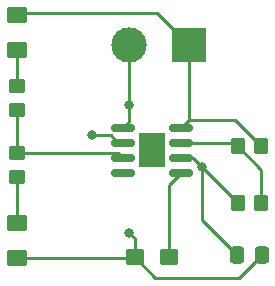
<source format=gbr>
%TF.GenerationSoftware,KiCad,Pcbnew,(6.0.10)*%
%TF.CreationDate,2023-02-16T14:21:40-08:00*%
%TF.ProjectId,Lab_4.2,4c61625f-342e-4322-9e6b-696361645f70,rev?*%
%TF.SameCoordinates,Original*%
%TF.FileFunction,Copper,L1,Top*%
%TF.FilePolarity,Positive*%
%FSLAX46Y46*%
G04 Gerber Fmt 4.6, Leading zero omitted, Abs format (unit mm)*
G04 Created by KiCad (PCBNEW (6.0.10)) date 2023-02-16 14:21:40*
%MOMM*%
%LPD*%
G01*
G04 APERTURE LIST*
G04 Aperture macros list*
%AMRoundRect*
0 Rectangle with rounded corners*
0 $1 Rounding radius*
0 $2 $3 $4 $5 $6 $7 $8 $9 X,Y pos of 4 corners*
0 Add a 4 corners polygon primitive as box body*
4,1,4,$2,$3,$4,$5,$6,$7,$8,$9,$2,$3,0*
0 Add four circle primitives for the rounded corners*
1,1,$1+$1,$2,$3*
1,1,$1+$1,$4,$5*
1,1,$1+$1,$6,$7*
1,1,$1+$1,$8,$9*
0 Add four rect primitives between the rounded corners*
20,1,$1+$1,$2,$3,$4,$5,0*
20,1,$1+$1,$4,$5,$6,$7,0*
20,1,$1+$1,$6,$7,$8,$9,0*
20,1,$1+$1,$8,$9,$2,$3,0*%
G04 Aperture macros list end*
%TA.AperFunction,ComponentPad*%
%ADD10R,3.000000X3.000000*%
%TD*%
%TA.AperFunction,ComponentPad*%
%ADD11C,3.000000*%
%TD*%
%TA.AperFunction,SMDPad,CuDef*%
%ADD12RoundRect,0.250000X0.350000X0.450000X-0.350000X0.450000X-0.350000X-0.450000X0.350000X-0.450000X0*%
%TD*%
%TA.AperFunction,SMDPad,CuDef*%
%ADD13RoundRect,0.250000X-0.337500X-0.475000X0.337500X-0.475000X0.337500X0.475000X-0.337500X0.475000X0*%
%TD*%
%TA.AperFunction,SMDPad,CuDef*%
%ADD14RoundRect,0.250000X0.537500X0.425000X-0.537500X0.425000X-0.537500X-0.425000X0.537500X-0.425000X0*%
%TD*%
%TA.AperFunction,SMDPad,CuDef*%
%ADD15RoundRect,0.250001X0.624999X-0.462499X0.624999X0.462499X-0.624999X0.462499X-0.624999X-0.462499X0*%
%TD*%
%TA.AperFunction,SMDPad,CuDef*%
%ADD16RoundRect,0.150000X-0.825000X-0.150000X0.825000X-0.150000X0.825000X0.150000X-0.825000X0.150000X0*%
%TD*%
%TA.AperFunction,SMDPad,CuDef*%
%ADD17R,2.290000X3.000000*%
%TD*%
%TA.AperFunction,SMDPad,CuDef*%
%ADD18RoundRect,0.250000X-0.450000X0.350000X-0.450000X-0.350000X0.450000X-0.350000X0.450000X0.350000X0*%
%TD*%
%TA.AperFunction,ViaPad*%
%ADD19C,0.800000*%
%TD*%
%TA.AperFunction,Conductor*%
%ADD20C,0.250000*%
%TD*%
G04 APERTURE END LIST*
D10*
%TO.P,J1,1,Pin_1*%
%TO.N,+9V*%
X144780000Y-76835000D03*
D11*
%TO.P,J1,2,Pin_2*%
%TO.N,GND*%
X139700000Y-76835000D03*
%TD*%
D12*
%TO.P,R2,1*%
%TO.N,Net-(R2-Pad1)*%
X150860000Y-90170000D03*
%TO.P,R2,2*%
%TO.N,/pin_2*%
X148860000Y-90170000D03*
%TD*%
D13*
%TO.P,C2,2*%
%TO.N,/pin_2*%
X148822500Y-94605000D03*
%TO.N,GND*%
X150897500Y-94605000D03*
%TD*%
D14*
%TO.P,C1,1*%
%TO.N,Net-(C1-Pad1)*%
X143042500Y-94780000D03*
%TO.P,C1,2*%
%TO.N,GND*%
X140167500Y-94780000D03*
%TD*%
D15*
%TO.P,D3,1,K*%
%TO.N,GND*%
X130175000Y-94832500D03*
%TO.P,D3,2,A*%
%TO.N,Net-(D3-Pad2)*%
X130175000Y-91857500D03*
%TD*%
D12*
%TO.P,R4,1*%
%TO.N,+9V*%
X150860000Y-85360000D03*
%TO.P,R4,2*%
%TO.N,Net-(R2-Pad1)*%
X148860000Y-85360000D03*
%TD*%
D15*
%TO.P,D1,1,K*%
%TO.N,Net-(D1-Pad1)*%
X130175000Y-77270000D03*
%TO.P,D1,2,A*%
%TO.N,+9V*%
X130175000Y-74295000D03*
%TD*%
D16*
%TO.P,U1,1,GND*%
%TO.N,GND*%
X139130000Y-83820000D03*
%TO.P,U1,2,TR*%
%TO.N,/pin_2*%
X139130000Y-85090000D03*
%TO.P,U1,3,Q*%
%TO.N,/pin_3*%
X139130000Y-86360000D03*
%TO.P,U1,4,R*%
%TO.N,/9V*%
X139130000Y-87630000D03*
%TO.P,U1,5,CV*%
%TO.N,Net-(C1-Pad1)*%
X144080000Y-87630000D03*
%TO.P,U1,6,THR*%
%TO.N,/pin_2*%
X144080000Y-86360000D03*
%TO.P,U1,7,DIS*%
%TO.N,Net-(R2-Pad1)*%
X144080000Y-85090000D03*
%TO.P,U1,8,VCC*%
%TO.N,+9V*%
X144080000Y-83820000D03*
D17*
%TO.P,U1,9*%
%TO.N,N/C*%
X141605000Y-85725000D03*
%TD*%
D18*
%TO.P,R1,1*%
%TO.N,Net-(D1-Pad1)*%
X130175000Y-80280000D03*
%TO.P,R1,2*%
%TO.N,/pin_3*%
X130175000Y-82280000D03*
%TD*%
%TO.P,R3,1*%
%TO.N,/pin_3*%
X130175000Y-85995000D03*
%TO.P,R3,2*%
%TO.N,Net-(D3-Pad2)*%
X130175000Y-87995000D03*
%TD*%
D19*
%TO.N,GND*%
X139700000Y-81915000D03*
X139700000Y-92710000D03*
%TO.N,/pin_2*%
X136525000Y-84455000D03*
X145867500Y-87177500D03*
%TD*%
D20*
%TO.N,Net-(C1-Pad1)*%
X143042500Y-94780000D02*
X143042500Y-88667500D01*
X143042500Y-88667500D02*
X144080000Y-87630000D01*
%TO.N,GND*%
X139700000Y-83250000D02*
X139130000Y-83820000D01*
X130175000Y-94832500D02*
X140115000Y-94832500D01*
X139700000Y-76835000D02*
X139700000Y-81915000D01*
X150897500Y-94605000D02*
X148982500Y-96520000D01*
X140167500Y-94780000D02*
X140167500Y-93177500D01*
X148982500Y-96520000D02*
X141907500Y-96520000D01*
X140115000Y-94832500D02*
X140167500Y-94780000D01*
X139700000Y-81915000D02*
X139700000Y-83250000D01*
X141907500Y-96520000D02*
X140167500Y-94780000D01*
X140167500Y-93177500D02*
X139700000Y-92710000D01*
%TO.N,/pin_2*%
X138118249Y-84455000D02*
X136525000Y-84455000D01*
X148860000Y-90170000D02*
X145867500Y-87177500D01*
X145867500Y-91650000D02*
X145867500Y-87177500D01*
X138753249Y-85090000D02*
X138118249Y-84455000D01*
X145867500Y-87177500D02*
X145050000Y-86360000D01*
X148822500Y-94605000D02*
X145867500Y-91650000D01*
X139130000Y-85090000D02*
X138753249Y-85090000D01*
X145050000Y-86360000D02*
X144080000Y-86360000D01*
%TO.N,Net-(D1-Pad1)*%
X130175000Y-77052500D02*
X130175000Y-80280000D01*
%TO.N,+9V*%
X144747500Y-83152500D02*
X144080000Y-83820000D01*
X142022500Y-74077500D02*
X144780000Y-76835000D01*
X144780000Y-76835000D02*
X144780000Y-83120000D01*
X150860000Y-85360000D02*
X148652500Y-83152500D01*
X130175000Y-74077500D02*
X142022500Y-74077500D01*
X148652500Y-83152500D02*
X144747500Y-83152500D01*
X144780000Y-83120000D02*
X144747500Y-83152500D01*
%TO.N,Net-(D3-Pad2)*%
X130175000Y-87995000D02*
X130175000Y-91857500D01*
%TO.N,/pin_3*%
X130175000Y-85995000D02*
X138765000Y-85995000D01*
X130175000Y-82280000D02*
X130175000Y-85995000D01*
X138765000Y-85995000D02*
X139130000Y-86360000D01*
%TO.N,Net-(R2-Pad1)*%
X148590000Y-85090000D02*
X148860000Y-85360000D01*
X150860000Y-87360000D02*
X150860000Y-90170000D01*
X148860000Y-85360000D02*
X150860000Y-87360000D01*
X144080000Y-85090000D02*
X148590000Y-85090000D01*
%TD*%
M02*

</source>
